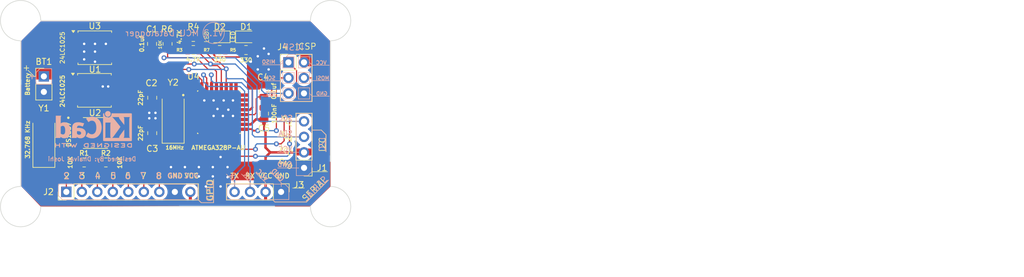
<source format=kicad_pcb>
(kicad_pcb (version 20241229) (generator "pcbnew") (generator_version "9.0")
  (title_block (title "MCU Datalogger with memory and clock") (date "2025-03-20") (rev "1") (comment 1 "2-Layer PCB Version"))
  (layers (0 "F.Cu" signal) (2 "B.Cu" signal) (13 "F.Paste" user) (15 "B.Paste" user) (5 "F.SilkS" user "F.Silkscreen") (7 "B.SilkS" user "B.Silkscreen") (1 "F.Mask" user) (3 "B.Mask" user) (25 "Edge.Cuts" user))
  (property "project_name" "MCU Datalogger with memory and clock")
  (net 0 "")
  (net 1 "GND")
  (net 2 "/Vcc")
  (net 3 "Net-(U4-PB6)")
  (net 4 "Net-(U4-PB7)")
  (net 5 "Net-(U4-AREF)")
  (net 6 "/SCL")
  (net 7 "Net-(D1-K)")
  (net 8 "Net-(D2-K)")
  (net 9 "/SDA")
  (net 10 "/D5")
  (net 11 "/D4")
  (net 12 "/D3")
  (net 13 "/D7")
  (net 14 "/D2")
  (net 15 "/D8")
  (net 16 "/D6")
  (net 17 "/TX")
  (net 18 "/RX")
  (net 19 "/RESET")
  (net 20 "/MOSI")
  (net 21 "/MISO")
  (net 22 "Net-(U2-~{INTA})")
  (net 23 "Net-(U2-SQW{slash}~INT)")
  (net 24 "Net-(U2-X1)")
  (net 25 "Net-(U2-X2)")
  (net 34 "/SCK")
  (footprint "Resistor_SMD:R_0805_2012Metric" (layer "F.Cu") (at 128.065 102.159 180)
    (property "Reference" "R1")
    (property "Value" "10K")
  )
  (footprint "Resistor_SMD:R_0805_2012Metric" (layer "F.Cu") (at 154.5845 83.744 180)
    (property "Reference" "R5")
    (property "Value" "330")
  )
  (footprint "Capacitor_SMD:C_0805_2012Metric" (layer "F.Cu") (at 139.22 91.559 90)
    (property "Reference" "C2")
    (property "Value" "22pF")
  )
  (footprint "MountingHole:MountingHole_2.1mm" (layer "F.Cu") (at 168.451 78.918)
    (property "Reference" "H3" (hide yes))
    (property "Value" "MountingHole" (hide yes))
  )
  (footprint "Connector_PinHeader_2.54mm:PinHeader_1x02_P2.54mm_Vertical" (layer "F.Cu") (at 121.461 88.057)
    (property "Reference" "BT1")
    (property "Value" "Battery")
  )
  (footprint "Package_SO:SOIC-8_5.3x5.3mm_P1.27mm" (layer "F.Cu") (at 129.7475 90.348)
    (property "Reference" "U1")
    (property "Value" "24LC1025")
  )
  (footprint "LED_SMD:LED_0805_2012Metric" (layer "F.Cu") (at 154.5645 81.585)
    (property "Reference" "D1")
    (property "Value" "LED")
  )
  (footprint "Connector_PinHeader_2.54mm:PinHeader_1x04_P2.54mm_Vertical" (layer "F.Cu") (at 160.333 106.985 -90)
    (property "Reference" "J3")
    (property "Value" "Conn_01x04_Pin" (hide yes))
  )
  (footprint "MountingHole:MountingHole_2.1mm" (layer "F.Cu") (at 168.451 109.398)
    (property "Reference" "H4" (hide yes))
    (property "Value" "MountingHole" (hide yes))
  )
  (footprint "Resistor_SMD:R_0805_2012Metric" (layer "F.Cu") (at 145.9485 81.585)
    (property "Reference" "R4")
    (property "Value" "4.7K")
  )
  (footprint "Capacitor_SMD:C_0805_2012Metric" (layer "F.Cu") (at 157.529 94.158 90)
    (property "Reference" "C5")
    (property "Value" "100nF")
  )
  (footprint "Resistor_SMD:R_0805_2012Metric" (layer "F.Cu") (at 150.2665 83.744 180)
    (property "Reference" "R7")
    (property "Value" "330")
  )
  (footprint "Connector_PinHeader_2.54mm:PinHeader_2x03_P2.54mm_Vertical" (layer "F.Cu") (at 161.542 85.762)
    (property "Reference" "J4")
    (property "Value" "Conn_02x03_Odd_Even" (hide yes))
  )
  (footprint "Crystal:Crystal_SMD_5032-2Pin_5.0x3.2mm_HandSoldering" (layer "F.Cu") (at 142.649 94.459 90)
    (property "Reference" "Y2")
    (property "Value" "16MHz")
  )
  (footprint "Capacitor_SMD:C_0805_2012Metric" (layer "F.Cu") (at 139.22 97.359 -90)
    (property "Reference" "C3")
    (property "Value" "22pF")
  )
  (footprint "LED_SMD:LED_0805_2012Metric" (layer "F.Cu") (at 150.2865 81.585 180)
    (property "Reference" "D2")
    (property "Value" "LED")
  )
  (footprint "Resistor_SMD:R_0805_2012Metric" (layer "F.Cu") (at 131.621 102.159)
    (property "Reference" "R2")
    (property "Value" "10K")
  )
  (footprint "Capacitor_SMD:C_0805_2012Metric" (layer "F.Cu") (at 157.508 90.475 -90)
    (property "Reference" "C4")
    (property "Value" "0.1uf")
  )
  (footprint "Capacitor_SMD:C_0805_2012Metric" (layer "F.Cu") (at 139.194 82.728 -90)
    (property "Reference" "C1")
    (property "Value" "0.1uf")
  )
  (footprint "MountingHole:MountingHole_2.1mm" (layer "F.Cu") (at 117.651 78.918)
    (property "Reference" "H1" (hide yes))
    (property "Value" "MountingHole" (hide yes))
  )
  (footprint "Footprints:QFP80P900X900X120-32N" (layer "F.Cu") (at 150.142 93.923)
    (property "Reference" "U4")
    (property "Value" "ATMEGA328P-AU")
  )
  (footprint "Connector_PinHeader_2.54mm:PinHeader_1x09_P2.54mm_Vertical" (layer "F.Cu") (at 125.144 106.985 90)
    (property "Reference" "J2")
    (property "Value" "Conn_01x09_Pin" (hide yes))
  )
  (footprint "Connector_PinHeader_2.54mm:PinHeader_1x04_P2.54mm_Vertical" (layer "F.Cu") (at 164.092 103.048 180)
    (property "Reference" "J1")
    (property "Value" "Conn_01x04_Pin" (hide yes))
  )
  (footprint "Resistor_SMD:R_0805_2012Metric" (layer "F.Cu") (at 141.734 82.728 -90)
    (property "Reference" "R6")
    (property "Value" "10K")
  )
  (footprint "Package_SO:SOIC-8_5.3x5.3mm_P1.27mm" (layer "F.Cu") (at 129.8115 83.363)
    (property "Reference" "U3")
    (property "Value" "24LC1025")
  )
  (footprint "MountingHole:MountingHole_2.1mm" (layer "F.Cu") (at 117.651 109.398)
    (property "Reference" "H2" (hide yes))
    (property "Value" "MountingHole" (hide yes))
  )
  (footprint "Crystal:Crystal_SMD_5032-2Pin_5.0x3.2mm_HandSoldering" (layer "F.Cu") (at 121.461 98.416 90)
    (property "Reference" "Y1")
    (property "Value" "32.768 KHz")
  )
  (footprint "Resistor_SMD:R_0805_2012Metric" (layer "F.Cu") (at 145.9485 83.744)
    (property "Reference" "R3")
    (property "Value" "4.7K")
  )
  (footprint "Footprints:SOIC127P600X175-8N" (layer "F.Cu") (at 129.917 97.333)
    (property "Reference" "U2")
    (property "Value" "DS1337")
  )
  (footprint "Symbol:KiCad-Logo2_5mm_SilkScreen" (layer "B.Cu") (at 129.607 96.717 180)
    (property "Reference" "REF**" (hide yes))
    (property "Value" "KiCad-Logo2_5mm_SilkScreen" (hide yes))
  )
  (gr_line (start 162.101 108.636) (end 159.307 108.636) (stroke (width 0.1)) (layer "F.SilkS"))
  (gr_line (start 147.242 108.763) (end 146.794 108.315) (stroke (width 0.1)) (layer "F.SilkS"))
  (gr_line (start 167.689 97.607) (end 166.937 96.855) (stroke (width 0.1)) (layer "F.SilkS"))
  (gr_line (start 167.943 103.683) (end 165.422 103.683) (stroke (width 0.1)) (layer "F.SilkS"))
  (gr_line (start 159.307 108.636) (end 158.986 108.315) (stroke (width 0.1)) (layer "F.SilkS"))
  (gr_line (start 164.133 106.35) (end 162.228 106.35) (stroke (width 0.1)) (layer "F.SilkS"))
  (gr_line (start 147.242 108.763) (end 149.274 108.763) (stroke (width 0.1)) (layer "F.SilkS"))
  (gr_line (start 164.514 108.636) (end 168.07 105.08) (stroke (width 0.1)) (layer "F.SilkS"))
  (gr_line (start 120.131 88.057) (end 119.877 88.057) (stroke (width 0.1)) (layer "F.SilkS"))
  (gr_line (start 167.689 100.381) (end 167.689 97.968) (stroke (width 0.1)) (layer "F.SilkS"))
  (gr_line (start 167.689 97.968) (end 167.689 97.607) (stroke (width 0.1)) (layer "F.SilkS"))
  (gr_line (start 119.877 88.057) (end 118.867 87.057) (stroke (width 0.1)) (layer "F.SilkS"))
  (gr_line (start 149.274 108.763) (end 149.274 104.953) (stroke (width 0.1)) (layer "F.SilkS"))
  (gr_line (start 166.937 96.855) (end 165.407 96.855) (stroke (width 0.1)) (layer "F.SilkS"))
  (gr_line (start 162.101 108.636) (end 164.514 108.636) (stroke (width 0.1)) (layer "F.SilkS"))
  (gr_line (start 157.187 91.277) (end 160.177 91.277) (stroke (width 0.1)) (layer "B.SilkS"))
  (gr_line (start 155.247 105.447) (end 153.857 104.067) (stroke (width 0.1)) (layer "B.SilkS"))
  (gr_line (start 162.827 94.157) (end 165.357 94.157) (stroke (width 0.1)) (layer "B.SilkS"))
  (gr_line (start 162.477 89.207) (end 160.607 89.207) (stroke (width 0.1)) (layer "B.SilkS"))
  (gr_line (start 124.507 108.257) (end 123.867 107.617) (stroke (width 0.1)) (layer "B.SilkS"))
  (gr_line (start 164.727 104.317) (end 162.827 104.317) (stroke (width 0.1)) (layer "B.SilkS"))
  (gr_line (start 152.717 105.437) (end 152.717 106.087) (stroke (width 0.1)) (layer "B.SilkS"))
  (gr_line (start 164.527 108.627) (end 159.327 108.627) (stroke (width 0.1)) (layer "B.SilkS"))
  (gr_line (start 168.117 105.037) (end 164.527 108.627) (stroke (width 0.1)) (layer "B.SilkS"))
  (gr_line (start 162.467 91.757) (end 160.627 91.757) (stroke (width 0.1)) (layer "B.SilkS"))
  (gr_line (start 168.217 86.227) (end 165.447 86.227) (stroke (width 0.1)) (layer "B.SilkS"))
  (gr_line (start 160.607 85.407) (end 160.267 85.747) (stroke (width 0.1)) (layer "B.SilkS"))
  (gr_line (start 160.597 88.367) (end 160.597 87.387) (stroke (width 0.1)) (layer "B.SilkS"))
  (gr_line (start 165.437 88.747) (end 164.992 88.302) (stroke (width 0.1)) (layer "B.SilkS"))
  (gr_line (start 165.007 84.837) (end 165.007 86.667) (stroke (width 0.1)) (layer "B.SilkS"))
  (gr_line (start 166.927 96.887) (end 165.377 96.887) (stroke (width 0.1)) (layer "B.SilkS"))
  (gr_line (start 159.327 108.627) (end 158.957 108.257) (stroke (width 0.1)) (layer "B.SilkS"))
  (gr_line (start 157.227 88.787) (end 160.177 88.787) (stroke (width 0.1)) (layer "B.SilkS"))
  (gr_line (start 163.167 87.387) (end 165.007 87.387) (stroke (width 0.1)) (layer "B.SilkS"))
  (gr_line (start 163.237 103.067) (end 159.777 103.067) (stroke (width 0.1)) (layer "B.SilkS"))
  (gr_line (start 167.687 100.387) (end 167.687 97.647) (stroke (width 0.1)) (layer "B.SilkS"))
  (gr_line (start 165.357 103.687) (end 164.727 104.317) (stroke (width 0.1)) (layer "B.SilkS"))
  (gr_line (start 152.717 105.437) (end 151.367 104.077) (stroke (width 0.1)) (layer "B.SilkS"))
  (gr_line (start 157.275 86.157) (end 160.212 86.157) (stroke (width 0.1)) (layer "B.SilkS"))
  (gr_line (start 165.007 86.667) (end 163.167 86.667) (stroke (width 0.1)) (layer "B.SilkS"))
  (gr_line (start 151.447 108.237) (end 161.597 108.237) (stroke (width 0.1)) (layer "B.SilkS"))
  (gr_line (start 163.167 85.737) (end 163.167 84.837) (stroke (width 0.1)) (layer "B.SilkS"))
  (gr_line (start 165.007 89.927) (end 165.007 91.757) (stroke (width 0.1)) (layer "B.SilkS"))
  (gr_line (start 160.607 86.157) (end 160.607 86.697) (stroke (width 0.1)) (layer "B.SilkS"))
  (gr_line (start 165.007 87.387) (end 165.007 89.217) (stroke (width 0.1)) (layer "B.SilkS"))
  (gr_line (start 146.697 105.717) (end 146.697 108.257) (stroke (width 0.1)) (layer "B.SilkS"))
  (gr_line (start 146.697 108.257) (end 124.507 108.257) (stroke (width 0.1)) (layer "B.SilkS"))
  (gr_line (start 165.357 94.157) (end 165.357 103.687) (stroke (width 0.1)) (layer "B.SilkS"))
  (gr_line (start 160.357 106.107) (end 160.357 105.487) (stroke (width 0.1)) (layer "B.SilkS"))
  (gr_line (start 149.257 108.747) (end 147.257 108.747) (stroke (width 0.1)) (layer "B.SilkS"))
  (gr_line (start 163.167 88.287) (end 163.167 87.387) (stroke (width 0.1)) (layer "B.SilkS"))
  (gr_line (start 160.177 91.277) (end 160.627 90.827) (stroke (width 0.1)) (layer "B.SilkS"))
  (gr_line (start 163.167 90.827) (end 163.167 89.927) (stroke (width 0.1)) (layer "B.SilkS"))
  (gr_line (start 162.477 84.827) (end 161.187 84.827) (stroke (width 0.1)) (layer "B.SilkS"))
  (gr_line (start 168.217 91.307) (end 165.437 91.307) (stroke (width 0.1)) (layer "B.SilkS"))
  (gr_line (start 163.167 84.837) (end 165.007 84.837) (stroke (width 0.1)) (layer "B.SilkS"))
  (gr_line (start 165.447 86.227) (end 164.972 85.752) (stroke (width 0.1)) (layer "B.SilkS"))
  (gr_line (start 160.627 91.757) (end 160.627 90.827) (stroke (width 0.1)) (layer "B.SilkS"))
  (gr_line (start 161.187 84.827) (end 161.517 84.497) (stroke (width 0.1)) (layer "B.SilkS"))
  (gr_line (start 165.007 89.217) (end 163.167 89.217) (stroke (width 0.1)) (layer "B.SilkS"))
  (gr_line (start 160.357 105.487) (end 158.537 103.657) (stroke (width 0.1)) (layer "B.SilkS"))
  (gr_line (start 161.597 108.237) (end 161.597 106.337) (stroke (width 0.1)) (layer "B.SilkS"))
  (gr_line (start 165.347 92.127) (end 160.267 92.127) (stroke (width 0.1)) (layer "B.SilkS"))
  (gr_line (start 160.177 88.787) (end 160.597 88.367) (stroke (width 0.1)) (layer "B.SilkS"))
  (gr_line (start 167.687 97.647) (end 166.927 96.887) (stroke (width 0.1)) (layer "B.SilkS"))
  (gr_line (start 161.517 84.497) (end 165.347 84.497) (stroke (width 0.1)) (layer "B.SilkS"))
  (gr_line (start 160.627 89.927) (end 162.467 89.927) (stroke (width 0.1)) (layer "B.SilkS"))
  (gr_line (start 163.167 91.757) (end 163.167 90.827) (stroke (width 0.1)) (layer "B.SilkS"))
  (gr_line (start 155.247 105.447) (end 155.247 106.087) (stroke (width 0.1)) (layer "B.SilkS"))
  (gr_line (start 163.167 89.927) (end 165.007 89.927) (stroke (width 0.1)) (layer "B.SilkS"))
  (gr_line (start 160.977 105.717) (end 151.447 105.717) (stroke (width 0.1)) (layer "B.SilkS"))
  (gr_line (start 160.607 86.697) (end 162.477 86.697) (stroke (width 0.1)) (layer "B.SilkS"))
  (gr_line (start 120.187 87.417) (end 120.797 86.807) (stroke (width 0.1)) (layer "B.SilkS"))
  (gr_line (start 160.597 87.387) (end 162.477 87.387) (stroke (width 0.1)) (layer "B.SilkS"))
  (gr_line (start 149.257 104.967) (end 149.257 108.747) (stroke (width 0.1)) (layer "B.SilkS"))
  (gr_line (start 165.437 91.307) (end 164.972 90.842) (stroke (width 0.1)) (layer "B.SilkS"))
  (gr_line (start 160.212 86.157) (end 160.607 85.787) (stroke (width 0.1)) (layer "B.SilkS"))
  (gr_line (start 160.597 89.207) (end 160.597 88.367) (stroke (width 0.1)) (layer "B.SilkS"))
  (gr_line (start 122.727 89.327) (end 120.187 89.327) (stroke (width 0.1)) (layer "B.SilkS"))
  (gr_line (start 157.777 105.457) (end 157.777 106.077) (stroke (width 0.1)) (layer "B.SilkS"))
  (gr_line (start 160.627 90.827) (end 160.627 89.927) (stroke (width 0.1)) (layer "B.SilkS"))
  (gr_line (start 165.007 91.757) (end 163.167 91.757) (stroke (width 0.1)) (layer "B.SilkS"))
  (gr_line (start 122.727 86.807) (end 122.727 89.327) (stroke (width 0.1)) (layer "B.SilkS"))
  (gr_line (start 168.207 88.747) (end 165.437 88.747) (stroke (width 0.1)) (layer "B.SilkS"))
  (gr_line (start 123.867 107.617) (end 123.867 105.717) (stroke (width 0.1)) (layer "B.SilkS"))
  (gr_line (start 123.867 105.717) (end 146.697 105.717) (stroke (width 0.1)) (layer "B.SilkS"))
  (gr_line (start 160.267 92.127) (end 160.267 85.747) (stroke (width 0.1)) (layer "B.SilkS"))
  (gr_line (start 165.347 84.497) (end 165.347 92.127) (stroke (width 0.1)) (layer "B.SilkS"))
  (gr_line (start 161.597 106.337) (end 160.977 105.717) (stroke (width 0.1)) (layer "B.SilkS"))
  (gr_line (start 160.607 85.417) (end 160.607 86.157) (stroke (width 0.1)) (layer "B.SilkS"))
  (gr_line (start 151.447 105.717) (end 151.447 108.237) (stroke (width 0.1)) (layer "B.SilkS"))
  (gr_line (start 162.827 104.317) (end 162.827 94.157) (stroke (width 0.1)) (layer "B.SilkS"))
  (gr_line (start 163.227 100.497) (end 159.757 100.497) (stroke (width 0.1)) (layer "B.SilkS"))
  (gr_circle (center 149.2865 80.945162) (end 150.7265 81.925162) (stroke (width 0.1)) (fill no) (layer "B.SilkS"))
  (gr_line (start 120.797 86.807) (end 122.727 86.807) (stroke (width 0.1)) (layer "B.SilkS"))
  (gr_line (start 162.467 89.927) (end 162.467 91.757) (stroke (width 0.1)) (layer "B.SilkS"))
  (gr_line (start 163.227 97.927) (end 159.737 97.927) (stroke (width 0.1)) (layer "B.SilkS"))
  (gr_line (start 163.167 86.667) (end 163.167 85.737) (stroke (width 0.1)) (layer "B.SilkS"))
  (gr_line (start 163.227 95.407) (end 159.687 95.407) (stroke (width 0.1)) (layer "B.SilkS"))
  (gr_line (start 147.257 108.747) (end 146.697 108.187) (stroke (width 0.1)) (layer "B.SilkS"))
  (gr_line (start 157.777 105.457) (end 156.117 103.817) (stroke (width 0.1)) (layer "B.SilkS"))
  (gr_line (start 120.187 89.327) (end 120.187 87.417) (stroke (width 0.1)) (layer "B.SilkS"))
  (gr_line (start 162.477 86.697) (end 162.477 84.827) (stroke (width 0.1)) (layer "B.SilkS"))
  (gr_line (start 162.477 87.387) (end 162.477 89.207) (stroke (width 0.1)) (layer "B.SilkS"))
  (gr_line (start 163.167 89.217) (end 163.167 88.287) (stroke (width 0.1)) (layer "B.SilkS"))
  (gr_arc (start 165.149 78.918) (mid 170.785867 76.583133) (end 168.451 82.22) (stroke (width 0.1)) (layer "Edge.Cuts"))
  (gr_line (start 120.953 109.398) (end 165.149 109.398) (stroke (width 0.1)) (layer "Edge.Cuts"))
  (gr_arc (start 168.451 106.096) (mid 170.785867 111.732867) (end 165.149 109.398) (stroke (width 0.1)) (layer "Edge.Cuts"))
  (gr_arc (start 120.953 109.398) (mid 115.316133 111.732867) (end 117.651 106.096) (stroke (width 0.1)) (layer "Edge.Cuts"))
  (gr_line (start 117.651 82.22) (end 117.651 106.096) (stroke (width 0.1)) (layer "Edge.Cuts"))
  (gr_line (start 168.451 82.22) (end 168.451 106.096) (stroke (width 0.1)) (layer "Edge.Cuts"))
  (gr_line (start 120.953 78.918) (end 165.149 78.918) (stroke (width 0.1)) (layer "Edge.Cuts"))
  (gr_arc (start 117.651 82.22) (mid 115.316133 76.583133) (end 120.953 78.918) (stroke (width 0.1)) (layer "Edge.Cuts"))
  (gr_text "4" (at 129.716 104.953 0) (layer "F.SilkS") (effects (font (size 1 1)) (justify left bottom)))
  (gr_text "5" (at 132.256 104.953 0) (layer "F.SilkS") (effects (font (size 1 1)) (justify left bottom)))
  (gr_text "GPIO" (at 149.274 108.509 90) (layer "F.SilkS") (effects (font (size 1 1) (thickness 0.125) (bold yes)) (justify left bottom)))
  (gr_text "VCC" (at 144.448 104.826 0) (layer "F.SilkS") (effects (font (size 0.8 0.8)) (justify left bottom)))
  (gr_text "3" (at 127.176 104.953 0) (layer "F.SilkS") (effects (font (size 1 1)) (justify left bottom)))
  (gr_text "TX" (at 151.941 104.826 0) (layer "F.SilkS") (effects (font (size 0.8 0.8)) (justify left bottom)))
  (gr_text "SCL" (at 160.069 95.174 330) (layer "F.SilkS") (effects (font (size 0.8 0.8)) (justify left bottom)))
  (gr_text "VCC" (at 159.815 100 330) (layer "F.SilkS") (effects (font (size 0.8 0.8)) (justify left bottom)))
  (gr_text "2" (at 124.636 104.953 0) (layer "F.SilkS") (effects (font (size 1 1)) (justify left bottom)))
  (gr_text "+" (at 119.307 87.197 0) (layer "F.SilkS") (effects (font (size 1 1) (thickness 0.125) (bold yes)) (justify left bottom mirror)))
  (gr_text "SDA" (at 159.942 97.714 330) (layer "F.SilkS") (effects (font (size 0.8 0.8)) (justify left bottom)))
  (gr_text "VCC" (at 156.513 104.826 0) (layer "F.SilkS") (effects (font (size 0.8 0.8)) (justify left bottom)))
  (gr_text "ICSP" (at 162.609 83.744 0) (layer "F.SilkS") (effects (font (size 1 1) (thickness 0.125) (bold yes)) (justify left bottom)))
  (gr_text "I2C" (at 167.689 100.508 90) (layer "F.SilkS") (effects (font (size 1 1) (thickness 0.125) (bold yes)) (justify left bottom)))
  (gr_text "GND" (at 141.654 104.826 0) (layer "F.SilkS") (effects (font (size 0.8 0.8)) (justify left bottom)))
  (gr_text "GND" (at 159.688 102.159 330) (layer "F.SilkS") (effects (font (size 0.8 0.8)) (justify left bottom)))
  (gr_text "SERIAL" (at 164.387 108.763 45) (layer "F.SilkS") (effects (font (size 1 1) (thickness 0.125) (bold yes)) (justify left bottom)))
  (gr_text "6" (at 134.669 104.953 0) (layer "F.SilkS") (effects (font (size 1 1)) (justify left bottom)))
  (gr_text "RX" (at 154.354 104.826 0) (layer "F.SilkS") (effects (font (size 0.8 0.8)) (justify left bottom)))
  (gr_text "7" (at 137.209 104.953 0) (layer "F.SilkS") (effects (font (size 1 1)) (justify left bottom)))
  (gr_text "8" (at 139.749 104.953 0) (layer "F.SilkS") (effects (font (size 1 1)) (justify left bottom)))
  (gr_text "GND" (at 159.18 104.826 0) (layer "F.SilkS") (effects (font (size 0.8 0.8)) (justify left bottom)))
  (gr_text "ICSP" (at 164.112 83.887 0) (layer "B.SilkS") (effects (font (size 1 1) (thickness 0.125) (bold yes)) (justify left bottom mirror)))
  (gr_text "SCK\n" (at 159.487 88.687 0) (layer "B.SilkS") (effects (font (size 0.6 0.6) (thickness 0.125) (bold yes)) (justify left bottom mirror)))
  (gr_text "VCC" (at 167.857 86.157 0) (layer "B.SilkS") (effects (font (size 0.6 0.6) (thickness 0.125) (bold yes)) (justify left bottom mirror)))
  (gr_text "SDA" (at 162.297 97.847 0) (layer "B.SilkS") (effects (font (size 0.8 0.8)) (justify left bottom mirror)))
  (gr_text "VCC" (at 162.267 100.417 0) (layer "B.SilkS") (effects (font (size 0.8 0.8)) (justify left bottom mirror)))
  (gr_text "MOSI" (at 168.287 88.697 0) (layer "B.SilkS") (effects (font (size 0.6 0.6) (thickness 0.125) (bold yes)) (justify left bottom mirror)))
  (gr_text "GND" (at 144.237 104.807 0) (layer "B.SilkS") (effects (font (size 0.8 0.8)) (justify left bottom mirror)))
  (gr_text "VCC" (at 157.777 105.457 315) (layer "B.SilkS") (effects (font (size 0.8 0.8)) (justify left bottom mirror)))
  (gr_text "GND" (at 160.357 105.487 315) (layer "B.SilkS") (effects (font (size 0.8 0.8)) (justify left bottom mirror)))
  (gr_text "2" (at 125.707 104.957 0) (layer "B.SilkS") (effects (font (size 1 1)) (justify left bottom mirror)))
  (gr_text "MISO" (at 159.467 86.03 0) (layer "B.SilkS") (effects (font (size 0.6 0.6) (thickness 0.125) (bold yes)) (justify left bottom mirror)))
  (gr_text "RST" (at 159.547 91.237 0) (layer "B.SilkS") (effects (font (size 0.6 0.6) (thickness 0.125) (bold yes)) (justify left bottom mirror)))
  (gr_text "I2C" (at 167.687 97.927 90) (layer "B.SilkS") (effects (font (size 1 1) (thickness 0.125) (bold yes)) (justify left bottom mirror)))
  (gr_text "TX" (at 152.727 105.437 315) (layer "B.SilkS") (effects (font (size 0.8 0.8)) (justify left bottom mirror)))
  (gr_text "8" (at 140.847 104.947 0) (layer "B.SilkS") (effects (font (size 1 1)) (justify left bottom mirror)))
  (gr_text "RX" (at 155.247 105.447 315) (layer "B.SilkS") (effects (font (size 0.8 0.8)) (justify left bottom mirror)))
  (gr_text "6" (at 135.787 104.947 0) (layer "B.SilkS") (effects (font (size 1 1)) (justify left bottom mirror)))
  (gr_text "Designed By: Dhaivat Joshi" (at 136.647 102.007 0) (layer "B.SilkS") (effects (font (size 0.7 0.7) (thickness 0.125) (bold yes)) (justify left bottom mirror)))
  (gr_text "7" (at 138.287 104.947 0) (layer "B.SilkS") (effects (font (size 1 1)) (justify left bottom mirror)))
  (gr_text "4" (at 130.867 104.953 0) (layer "B.SilkS") (effects (font (size 1 1)) (justify left bottom mirror)))
  (gr_text "GPIO" (at 149.257 104.967 90) (layer "B.SilkS") (effects (font (size 1 1) (thickness 0.125) (bold yes)) (justify left bottom mirror)))
  (gr_text "V1.2 MCU Datalogger" (at 150.948338 81.545162 0) (layer "B.SilkS") (effects (font (size 1 1) (thickness 0.125) (bold yes)) (justify left bottom mirror)))
  (gr_text "SCL" (at 162.317 95.337 0) (layer "B.SilkS") (effects (font (size 0.8 0.8)) (justify left bottom mirror)))
  (gr_text "VCC" (at 146.817 104.817 0) (layer "B.SilkS") (effects (font (size 0.8 0.8)) (justify left bottom mirror)))
  (gr_text "3" (at 128.197 104.953 0) (layer "B.SilkS") (effects (font (size 1 1)) (justify left bottom mirror)))
  (gr_text "GND" (at 162.257 102.937 0) (layer "B.SilkS") (effects (font (size 0.8 0.8)) (justify left bottom mirror)))
  (gr_text "SERIAL" (at 168.207 105.017 45) (layer "B.SilkS") (effects (font (size 1 1) (thickness 0.125) (bold yes)) (justify left bottom mirror)))
  (gr_text "+" (at 120.227 88.597 0) (layer "B.SilkS") (effects (font (size 1 1) (thickness 0.125) (bold yes)) (justify left bottom mirror)))
  (gr_text "GND\n" (at 168.007 91.227 0) (layer "B.SilkS") (effects (font (size 0.6 0.6) (thickness 0.125) (bold yes)) (justify left bottom mirror)))
  (gr_text "5" (at 133.397 104.953 0) (layer "B.SilkS") (effects (font (size 1 1)) (justify left bottom mirror)))
  (segment (start 121.969 92.253) (end 126.16 92.253) (width 0.25) (layer "F.Cu") (net 1))
  (segment (start 126.224 82.728) (end 129.817 82.728) (width 0.25) (layer "F.Cu") (net 1))
  (segment (start 139.22 95.174) (end 139.22 96.409) (width 0.25) (layer "F.Cu") (net 1))
  (segment (start 158.606 93.208) (end 157.529 93.208) (width 0.25) (layer "F.Cu") (net 1))
  (segment (start 121.461 91.745) (end 121.969 92.253) (width 0.25) (layer "F.Cu") (net 1))
  (segment (start 136.635 83.678) (end 139.194 83.678) (width 0.25) (layer "F.Cu") (net 1))
  (segment (start 129.817 84.687) (end 129.817 82.728) (width 0.25) (layer "F.Cu") (net 1))
  (segment (start 155.497 83.744) (end 156.852 83.744) (width 0.25) (layer "F.Cu") (net 1))
  (segment (start 158.611 89.525) (end 158.799 89.713) (width 0.25) (layer "F.Cu") (net 1))
  (segment (start 156.852 83.744) (end 157.508 84.4) (width 0.25) (layer "F.Cu") (net 1))
  (segment (start 155.243 93.523) (end 155.624 93.142) (width 0.35) (layer "F.Cu") (net 1))
  (segment (start 129.117 92.987) (end 129.117 98.787) (width 0.25) (layer "F.Cu") (net 1))
  (segment (start 157.508 87.808) (end 157.508 89.525) (width 0.25) (layer "F.Cu") (net 1))
  (segment (start 144.448 93.904) (end 144.867 94.323) (width 0.3) (layer "F.Cu") (net 1))
  (segment (start 133.335 89.713) (end 132.002 89.713) (width 0.25) (layer "F.Cu") (net 1))
  (segment (start 126.224 85.268) (end 128.065 85.268) (width 0.25) (layer "F.Cu") (net 1))
  (segment (start 157.508 84.4) (end 157.508 87.808) (width 0.25) (layer "F.Cu") (net 1))
  (segment (start 149.236 92.723) (end 145.972 92.723) (width 0.5) (layer "F.Cu") (net 1))
  (segment (start 129.236 85.268) (end 129.817 84.687) (width 0.25) (layer "F.Cu") (net 1))
  (segment (start 145.972 92.723) (end 144.74 92.723) (width 0.3) (layer "F.Cu") (net 1))
  (segment (start 158.799 89.84) (end 158.799 92.888) (width 0.25) (layer "F.Cu") (net 1))
  (segment (start 155.243 84.887) (end 155.497 84.633) (width 0.25) (layer "F.Cu") (net 1))
  (segment (start 129.843 82.728) (end 131.621 82.728) (width 0.25) (layer "F.Cu") (net 1))
  (segment (start 126.16 92.253) (end 128.383 92.253) (width 0.25) (layer "F.Cu") (net 1))
  (segment (start 149.354 83.744) (end 149.354 84.586) (width 0.25) (layer "F.Cu") (net 1))
  (segment (start 133.399 82.728) (end 135.685 82.728) (width 0.25) (layer "F.Cu") (net 1))
  (segment (start 155.624 90.094) (end 156.193 89.525) (width 0.25) (layer "F.Cu") (net 1))
  (segment (start 131.113 89.713) (end 132.002 89.713) (width 0.25) (layer "F.Cu") (net 1))
  (segment (start 121.461 90.597) (end 121.461 91.745) (width 0.25) (layer "F.Cu") (net 1))
  (segment (start 158.799 89.713) (end 158.799 89.84) (width 0.25) (layer "F.Cu") (net 1))
  (segment (start 156.193 89.525) (end 157.508 89.525) (width 0.25) (layer "F.Cu") (net 1))
  (segment (start 154.312 93.523) (end 155.243 93.523) (width 0.35) (layer "F.Cu") (net 1))
  (segment (start 155.624 93.142) (end 155.624 90.094) (width 0.25) (layer "F.Cu") (net 1))
  (segment (start 158.799 92.888) (end 158.799 93.015) (width 0.25) (layer "F.Cu") (net 1))
  (segment (start 149.909 93.396) (end 149.236 92.723) (width 0.25) (layer "F.Cu") (net 1))
  (segment (start 129.817 82.728) (end 129.843 82.728) (width 0.25) (layer "F.Cu") (net 1))
  (segment (start 149.354 84.586) (end 149.655 84.887) (width 0.25) (layer "F.Cu") (net 1))
  (segment (start 129.117 98.787) (end 128.666 99.238) (width 0.25) (layer "F.Cu") (net 1))
  (segment (start 149.655 84.887) (end 155.243 84.887) (width 0.25) (layer "F.Cu") (net 1))
  (segment (start 144.867 94.323) (end 145.972 94.323) (width 0.3) (layer "F.Cu") (net 1))
  (segment (start 144.74 92.723) (end 144.448 93.015) (width 0.3) (layer "F.Cu") (net 1))
  (segment (start 139.22 92.509) (end 139.22 93.904) (width 0.25) (layer "F.Cu") (net 1))
  (segment (start 144.448 93.015) (end 144.448 93.904) (width 0.3) (layer "F.Cu") (net 1))
  (segment (start 139.22 93.904) (end 139.22 95.174) (width 0.25) (layer "F.Cu") (net 1))
  (segment (start 151.687 93.523) (end 150.036 93.523) (width 0.25) (layer "F.Cu") (net 1))
  (segment (start 128.383 92.253) (end 129.117 92.987) (width 0.25) (layer "F.Cu") (net 1))
  (segment (start 157.508 89.525) (end 158.611 89.525) (width 0.25) (layer "F.Cu") (net 1))
  (segment (start 150.036 93.523) (end 149.909 93.396) (width 0.25) (layer "F.Cu") (net 1))
  (segment (start 155.497 84.633) (end 155.497 83.744) (width 0.25) (layer "F.Cu") (net 1))
  (segment (start 154.312 93.523) (end 151.687 93.523) (width 0.4) (layer "F.Cu") (net 1))
  (segment (start 128.666 99.238) (end 127.442 99.238) (width 0.25) (layer "F.Cu") (net 1))
  (segment (start 135.685 82.728) (end 136.635 83.678) (width 0.25) (layer "F.Cu") (net 1))
  (segment (start 158.799 93.015) (end 158.606 93.208) (width 0.25) (layer "F.Cu") (net 1))
  (segment (start 128.065 85.268) (end 129.236 85.268) (width 0.25) (layer "F.Cu") (net 1))
  (segment (start 131.621 82.728) (end 133.399 82.728) (width 0.25) (layer "F.Cu") (net 1))
  (via (at 149.147 104.445) (size 0.8) (drill 0.4) (layers "F.Cu" "B.Cu") (net 1))
  (via (at 149.274 91.999) (size 0.8) (drill 0.4) (layers "F.Cu" "B.Cu") (net 1))
  (via (at 138.733 94.031) (size 0.8) (drill 0.4) (layers "F.Cu" "B.Cu") (net 1))
  (via (at 142.289 102.921) (size 0.8) (drill 0.4) (layers "F.Cu" "B.Cu") (net 1))
  (via (at 157.529 83.49) (size 0.8) (drill 0.4) (layers "F.Cu" "B.Cu") (net 1))
  (via (at 158.291 84.379) (size 0.8) (drill 0.4) (layers "F.Cu" "B.Cu") (net 1))
  (via (at 147.75 91.999) (size 0.8) (drill 0.4) (layers "F.Cu" "B.Cu") (net 1))
  (via (at 151.687 93.523) (size 0.8) (drill 0.4) (layers "F.Cu" "B.Cu") (net 1))
  (via (at 152.449 91.999) (size 0.8) (drill 0.4) (layers "F.Cu" "B.Cu") (net 1))
  (via (at 150.417 101.27) (size 0.8) (drill 0.4) (layers "F.Cu" "B.Cu") (net 1))
  (via (at 144.575 102.921) (size 0.8) (drill 0.4) (layers "F.Cu" "B.Cu") (net 1))
  (via (at 129.843 83.998) (size 0.8) (drill 0.4) (layers "F.Cu" "B.Cu") (net 1))
  (via (at 138.733 94.92) (size 0.8) (drill 0.4) (layers "F.Cu" "B.Cu") (net 1))
  (via (at 156.513 84.76) (size 0.8) (drill 0.4) (layers "F.Cu" "B.Cu") (net 1))
  (via (at 149.147 102.921) (size 0.8) (drill 0.4) (layers "F.Cu" "B.Cu") (net 1))
  (via (at 150.925 91.999) (size 0.8) (drill 0.4) (layers "F.Cu" "B.Cu") (net 1))
  (via (at 150.417 106.096) (size 0.8) (drill 0.4) (layers "F.Cu" "B.Cu") (net 1))
  (via (at 151.56 102.921) (size 0.8) (drill 0.4) (layers "F.Cu" "B.Cu") (net 1))
  (via (at 146.861 104.445) (size 0.8) (drill 0.4) (layers "F.Cu" "B.Cu") (net 1))
  (via (at 156.513 86.919) (size 0.8) (drill 0.4) (layers "F.Cu" "B.Cu") (net 1))
  (via (at 155.37 85.649) (size 0.8) (drill 0.4) (layers "F.Cu" "B.Cu") (net 1))
  (via (at 128.065 83.998) (size 0.8) (drill 0.4) (layers "F.Cu" "B.Cu") (net 1))
  (via (at 139.749 94.92) (size 0.8) (drill 0.4) (layers "F.Cu" "B.Cu") (net 1))
  (via (at 132.002 89.713) (size 0.8) (drill 0.4) (layers "F.Cu" "B.Cu") (net 1))
  (via (at 129.843 82.728) (size 0.8) (drill 0.4) (layers "F.Cu" "B.Cu") (net 1))
  (via (at 128.065 82.728) (size 0.8) (drill 0.4) (layers "F.Cu" "B.Cu") (net 1))
  (via (at 158.291 86.919) (size 0.8) (drill 0.4) (layers "F.Cu" "B.Cu") (net 1))
  (via (at 148.004 106.096) (size 0.8) (drill 0.4) (layers "F.Cu" "B.Cu") (net 1))
  (via (at 131.113 89.713) (size 0.8) (drill 0.4) (layers "F.Cu" "B.Cu") (net 1))
  (via (at 139.749 94.031) (size 0.8) (drill 0.4) (layers "F.Cu" "B.Cu") (net 1))
  (via (at 152.449 94.539) (size 0.8) (drill 0.4) (layers "F.Cu" "B.Cu") (net 1))
  (via (at 150.798 94.539) (size 0.8) (drill 0.4) (layers "F.Cu" "B.Cu") (net 1))
  (via (at 151.56 104.572) (size 0.8) (drill 0.4) (layers "F.Cu" "B.Cu") (net 1))
  (via (at 129.843 85.649) (size 0.8) (drill 0.4) (layers "F.Cu" "B.Cu") (net 1))
  (via (at 149.274 94.539) (size 0.8) (drill 0.4) (layers "F.Cu" "B.Cu") (net 1))
  (via (at 146.861 102.921) (size 0.8) (drill 0.4) (layers "F.Cu" "B.Cu") (net 1))
  (via (at 128.065 85.268) (size 0.8) (drill 0.4) (layers "F.Cu" "B.Cu") (net 1))
  (via (at 131.621 82.728) (size 0.8) (drill 0.4) (layers "F.Cu" "B.Cu") (net 1))
  (via (at 149.909 93.396) (size 0.8) (drill 0.4) (layers "F.Cu" "B.Cu") (net 1))
  (segment (start 160.333 106.985) (end 160.333 105.217) (width 0.45) (layer "B.Cu") (net 1))
  (segment (start 160.333 106.985) (end 162.101 106.985) (width 0.45) (layer "B.Cu") (net 1))
  (segment (start 164.082 90.842) (end 165.643 90.842) (width 1) (layer "B.Cu") (net 1))
  (segment (start 160.333 106.985) (end 160.333 108.626) (width 0.45) (layer "B.Cu") (net 1))
  (segment (start 160.323 105.207) (end 160.333 105.217) (width 0.45) (layer "B.Cu") (net 1))
  (segment (start 147.42 95.123) (end 145.972 95.123) (width 0.45) (layer "F.Cu") (net 2))
  (segment (start 145.544 79.934) (end 145.036 80.442) (width 0.45) (layer "F.Cu") (net 2))
  (segment (start 147.877 94.666) (end 147.42 95.123) (width 0.45) (layer "F.Cu") (net 2))
  (segment (start 129.917 95.787) (end 129.917 101.859) (width 0.25) (layer "F.Cu") (net 2))
  (segment (start 154.312 95.923) (end 155.383 95.923) (width 0.4) (layer "F.Cu") (net 2))
  (segment (start 167.181 99.873) (end 166.546 100.508) (width 0.45) (layer "F.Cu") (net 2))
  (segment (start 149.349 81.585) (end 149.349 80.367) (width 0.45) (layer "F.Cu") (net 2))
  (segment (start 139.194 81.778) (end 141.6965 81.778) (width 0.6) (layer "F.Cu") (net 2))
  (segment (start 130.217 102.159) (end 129.917 101.859) (width 0.45) (layer "F.Cu") (net 2))
  (segment (start 157.783 99.726) (end 157.783 97.079) (width 0.4) (layer "F.Cu") (net 2))
  (segment (start 160.958 80.823) (end 160.958 82.728) (width 0.45) (layer "F.Cu") (net 2))
  (segment (start 129.917 95.087) (end 129.917 88.787) (width 0.25) (layer "F.Cu") (net 2))
  (segment (start 157.793 108.499) (end 157.793 106.985) (width 0.5) (layer "F.Cu") (net 2))
  (segment (start 147.496 93.523) (end 147.877 93.904) (width 0.45) (layer "F.Cu") (net 2))
  (segment (start 124.387 88.057) (end 124.417 88.087) (width 0.45) (layer "F.Cu") (net 2))
  (segment (start 157.529 95.936) (end 157.529 96.825) (width 0.3) (layer "F.Cu") (net 2))
  (segment (start 147.42 95.479) (end 147.42 95.123) (width 0.45) (layer "F.Cu") (net 2))
  (segment (start 145.972 93.523) (end 147.496 93.523) (width 0.45) (layer "F.Cu") (net 2))
  (segment (start 132.392 95.428) (end 130.276 95.428) (width 0.45) (layer "F.Cu") (net 2))
  (segment (start 126.224 81.458) (end 124.746 81.458) (width 0.45) (layer "F.Cu") (net 2))
  (segment (start 163.371 83.49) (end 161.72 83.49) (width 0.45) (layer "F.Cu") (net 2))
  (segment (start 133.399 81.458) (end 136.32 81.458) (width 0.45) (layer "F.Cu") (net 2))
  (segment (start 129.617 102.159) (end 128.9775 102.159) (width 0.45) (layer "F.Cu") (net 2))
  (segment (start 156.198 95.108) (end 157.529 95.108) (width 0.4) (layer "F.Cu") (net 2))
  (segment (start 126.16 88.443) (end 124.773 88.443) (width 0.45) (layer "F.Cu") (net 2))
  (segment (start 164.082 85.762) (end 166.659 85.762) (width 0.45) (layer "F.Cu") (net 2))
  (segment (start 136.32 81.458) (end 136.64 81.778) (width 0.45) (layer "F.Cu") (net 2))
  (segment (start 129.573 88.443) (end 129.917 88.787) (width 0.45) (layer "F.Cu") (net 2))
  (segment (start 126.16 88.443) (end 129.573 88.443) (width 0.45) (layer "F.Cu") (net 2))
  (segment (start 166.546 100.508) (end 164.092 100.508) (width 0.45) (layer "F.Cu") (net 2))
  (segment (start 147.877 93.904) (end 147.877 94.666) (width 0.45) (layer "F.Cu") (net 2))
  (segment (start 160.069 79.934) (end 160.958 80.823) (width 0.45) (layer "F.Cu") (net 2))
  (segment (start 143.3285 81.8155) (end 143.559 81.585) (width 0.45) (layer "F.Cu") (net 2))
  (segment (start 150.671 95.923) (end 147.864 95.923) (width 0.45) (layer "F.Cu") (net 2))
  (segment (start 145.464 108.636) (end 145.718 108.89) (width 0.5) (layer "F.Cu") (net 2))
  (segment (start 161.72 83.49) (end 160.958 82.728) (width 0.45) (layer "F.Cu") (net 2))
  (segment (start 145.036 81.585) (end 145.036 83.744) (width 0.6) (layer "F.Cu") (net 2))
  (segment (start 129.917 101.859) (end 129.617 102.159) (width 0.45) (layer "F.Cu") (net 2))
  (segment (start 164.082 84.201) (end 163.371 83.49) (width 0.45) (layer "F.Cu") (net 2))
  (segment (start 149.349 80.367) (end 149.782 79.934) (width 0.45) (layer "F.Cu") (net 2))
  (segment (start 154.312 95.923) (end 150.671 95.923) (width 0.45) (layer "F.Cu") (net 2))
  (segment (start 157.793 101.28) (end 157.793 106.985) (width 0.4) (layer "F.Cu") (net 2))
  (segment (start 164.082 85.762) (end 164.082 84.201) (width 0.45) (layer "F.Cu") (net 2))
  (segment (start 145.718 108.89) (end 157.402 108.89) (width 0.5) (layer "F.Cu") (net 2))
  (segment (start 157.402 108.89) (end 157.793 108.499) (width 0.5) (layer "F.Cu") (net 2))
  (segment (start 130.258 95.428) (end 130.276 95.428) (width 0.45) (layer "F.Cu") (net 2))
  (segment (start 149.782 79.934) (end 160.069 79.934) (width 0.45) (layer "F.Cu") (net 2))
  (segment (start 124.778 83.998) (end 126.224 83.998) (width 0.45) (layer "F.Cu") (net 2))
  (segment (start 136.64 81.778) (end 139.194 81.778) (width 0.45) (layer "F.Cu") (net 2))
  (segment (start 126.16 88.443) (end 126.16 89.713) (width 0.25) (layer "F.Cu") (net 2))
  (segment (start 133.335 88.443) (end 130.261 88.443) (width 0.45) (layer "F.Cu") (net 2))
  (segment (start 158.565 100.508) (end 157.783 99.726) (width 0.4) (layer "F.Cu") (net 2))
  (segment (start 149.349 80.39) (end 148.893 79.934) (width 0.45) (layer "F.Cu") (net 2))
  (segment (start 157.529 96.825) (end 157.783 97.079) (width 0.3) (layer "F.Cu") (net 2))
  (segment (start 143.559 81.585) (end 145.036 81.585) (width 0.45) (layer "F.Cu") (net 2))
  (segment (start 124.417 84.359) (end 124.778 83.998) (width 0.45) (layer "F.Cu") (net 2))
  (segment (start 166.659 85.762) (end 167.181 86.284) (width 0.45) (layer "F.Cu") (net 2))
  (segment (start 164.092 100.508) (end 158.565 100.508) (width 0.4) (layer "F.Cu") (net 2))
  (segment (start 130.7085 102.159) (end 130.217 102.159) (width 0.45) (layer "F.Cu") (net 2))
  (segment (start 129.917 95.087) (end 130.258 95.428) (width 0.45) (layer "F.Cu") (net 2))
  (segment (start 157.529 95.108) (end 157.529 95.936) (width 0.6) (layer "F.Cu") (net 2))
  (segment (start 147.864 95.923) (end 147.42 95.479) (width 0.45) (layer "F.Cu") (net 2))
  (segment (start 158.565 100.508) (end 157.793 101.28) (width 0.4) (layer "F.Cu") (net 2))
  (segment (start 167.181 86.284) (end 167.181 99.873) (width 0.45) (layer "F.Cu") (net 2))
  (segment (start 145.036 80.442) (end 145.036 81.585) (width 0.45) (layer "F.Cu") (net 2))
  (segment (start 130.261 88.443) (end 129.917 88.787) (width 0.45) (layer "F.Cu") (net 2))
  (segment (start 130.7085 102.159) (end 128.9775 102.159) (width 0.45) (layer "F.Cu") (net 2))
  (segment (start 124.417 88.087) (end 124.417 84.359) (width 0.45) (layer "F.Cu") (net 2))
  (segment (start 126.16 89.713) (end 126.16 90.983) (width 0.25) (layer "F.Cu") (net 2))
  (segment (start 124.746 81.458) (end 124.417 81.787) (width 0.45) (layer "F.Cu") (net 2))
  (segment (start 126.224 81.458) (end 133.399 81.458) (width 0.35) (layer "F.Cu") (net 2))
  (segment (start 124.773 88.443) (end 124.417 88.087) (width 0.45) (layer "F.Cu") (net 2))
  (segment (start 130.276 95.428) (end 129.917 95.787) (width 0.45) (layer "F.Cu") (net 2))
  (segment (start 124.417 81.787) (end 124.417 83.637) (width 0.45) (layer "F.Cu") (net 2))
  (segment (start 121.461 88.057) (end 124.387 88.057) (width 0.45) (layer "F.Cu") (net 2))
  (segment (start 148.893 79.934) (end 145.544 79.934) (width 0.45) (layer "F.Cu") (net 2))
  (segment (start 124.417 83.637) (end 124.778 83.998) (width 0.45) (layer "F.Cu") (net 2))
  (segment (start 141.734 81.8155) (end 143.3285 81.8155) (width 0.45) (layer "F.Cu") (net 2))
  (segment (start 155.383 95.923) (end 156.198 95.108) (width 0.4) (layer "F.Cu") (net 2))
  (segment (start 145.464 106.985) (end 145.464 108.636) (width 0.5) (layer "F.Cu") (net 2))
  (segment (start 149.349 81.585) (end 149.349 80.39) (width 0.45) (layer "F.Cu") (net 2))
  (segment (start 141.6965 81.778) (end 141.734 81.8155) (width 0.45) (layer "F.Cu") (net 2))
  (segment (start 144.816 95.923) (end 145.972 95.923) (width 0.2) (layer "F.Cu") (net 3))
  (segment (start 142.281 91.491) (end 142.649 91.859) (width 0.2) (layer "F.Cu") (net 3))
  (segment (start 143.07 94.64) (end 144.16 94.64) (width 0.2) (layer "F.Cu") (net 3))
  (segment (start 144.575 95.055) (end 144.575 95.682) (width 0.2) (layer "F.Cu") (net 3))
  (segment (start 139.22 90.609) (end 139.22 91.343) (width 0.2) (layer "F.Cu") (net 3))
  (segment (start 144.16 94.64) (end 144.575 95.055) (width 0.2) (layer "F.Cu") (net 3))
  (segment (start 139.22 91.343) (end 139.368 91.491) (width 0.2) (layer "F.Cu") (net 3))
  (segment (start 139.368 91.491) (end 142.281 91.491) (width 0.2) (layer "F.Cu") (net 3))
  (segment (start 142.649 91.859) (end 142.649 94.219) (width 0.2) (layer "F.Cu") (net 3))
  (segment (start 144.575 95.682) (end 144.816 95.923) (width 0.2) (layer "F.Cu") (net 3))
  (segment (start 142.649 94.219) (end 143.07 94.64) (width 0.2) (layer "F.Cu") (net 3))
  (segment (start 142.375 97.333) (end 142.649 97.059) (width 0.2) (layer "F.Cu") (net 4))
  (segment (start 144.55 96.723) (end 145.972 96.723) (width 0.2) (layer "F.Cu") (net 4))
  (segment (start 139.22 98.309) (end 139.22 97.481) (width 0.2) (layer "F.Cu") (net 4))
  (segment (start 139.368 97.333) (end 142.375 97.333) (width 0.2) (layer "F.Cu") (net 4))
  (segment (start 142.649 97.059) (end 144.214 97.059) (width 0.2) (layer "F.Cu") (net 4))
  (segment (start 144.214 97.059) (end 144.55 96.723) (width 0.2) (layer "F.Cu") (net 4))
  (segment (start 139.22 97.481) (end 139.368 97.333) (width 0.2) (layer "F.Cu") (net 4))
  (segment (start 157.508 91.425) (end 156.579 91.425) (width 0.2) (layer "F.Cu") (net 5))
  (segment (start 155.967 94.323) (end 154.312 94.323) (width 0.2) (layer "F.Cu") (net 5))
  (segment (start 156.259 94.031) (end 155.967 94.323) (width 0.2) (layer "F.Cu") (net 5))
  (segment (start 156.259 91.745) (end 156.259 94.031) (width 0.2) (layer "F.Cu") (net 5))
  (segment (start 156.579 91.425) (end 156.259 91.745) (width 0.2) (layer "F.Cu") (net 5))
  (segment (start 146.861 83.744) (end 146.861 84.125) (width 0.2) (layer "F.Cu") (net 6))
  (segment (start 135.558 83.998) (end 136.066 84.506) (width 0.2) (layer "F.Cu") (net 6))
  (segment (start 149.909 86.284) (end 150.417 86.792) (width 0.2) (layer "F.Cu") (net 6))
  (segment (start 134.521 90.983) (end 134.817 90.687) (width 0.2) (layer "F.Cu") (net 6))
  (segment (start 133.399 83.998) (end 135.558 83.998) (width 0.2) (layer "F.Cu") (net 6))
  (segment (start 133.335 90.983) (end 134.521 90.983) (width 0.2) (layer "F.Cu") (net 6))
  (segment (start 131.617 93.587) (end 131.617 91.387) (width 0.2) (layer "F.Cu") (net 6))
  (segment (start 132.021 90.983) (end 133.335 90.983) (width 0.2) (layer "F.Cu") (net 6))
  (segment (start 134.817 97.587) (end 134.817 94.387) (width 0.2) (layer "F.Cu") (net 6))
  (segment (start 149.02 86.284) (end 149.909 86.284) (width 0.2) (layer "F.Cu") (net 6))
  (segment (start 131.417 84.387) (end 131.806 83.998) (width 0.2) (layer "F.Cu") (net 6))
  (segment (start 134.436 97.968) (end 134.817 97.587) (width 0.2) (layer "F.Cu") (net 6))
  (segment (start 134.817 87.087) (end 134.517 86.787) (width 0.2) (layer "F.Cu") (net 6))
  (segment (start 131.717 86.787) (end 131.417 86.487) (width 0.2) (layer "F.Cu") (net 6))
  (segment (start 150.417 86.796) (end 150.542 86.921) (width 0.2) (layer "F.Cu") (net 6))
  (segment (start 146.861 84.125) (end 149.02 86.284) (width 0.2) (layer "F.Cu") (net 6))
  (segment (start 134.817 90.687) (end 134.817 87.087) (width 0.2) (layer "F.Cu") (net 6))
  (segment (start 131.806 83.998) (end 133.399 83.998) (width 0.2) (layer "F.Cu") (net 6))
  (segment (start 134.417 93.987) (end 132.017 93.987) (width 0.2) (layer "F.Cu") (net 6))
  (segment (start 132.392 97.968) (end 134.436 97.968) (width 0.2) (layer "F.Cu") (net 6))
  (segment (start 132.017 93.987) (end 131.617 93.587) (width 0.2) (layer "F.Cu") (net 6))
  (segment (start 136.828 86.03) (end 146.099 86.03) (width 0.2) (layer "F.Cu") (net 6))
  (segment (start 134.517 86.787) (end 131.717 86.787) (width 0.2) (layer "F.Cu") (net 6))
  (segment (start 150.542 86.921) (end 150.542 89.753) (width 0.2) (layer "F.Cu") (net 6))
  (segment (start 134.817 94.387) (end 134.417 93.987) (width 0.2) (layer "F.Cu") (net 6))
  (segment (start 131.417 86.487) (end 131.417 84.387) (width 0.2) (layer "F.Cu") (net 6))
  (segment (start 131.617 91.387) (end 132.021 90.983) (width 0.2) (layer "F.Cu") (net 6))
  (segment (start 150.417 86.792) (end 150.417 86.796) (width 0.2) (layer "F.Cu") (net 6))
  (segment (start 136.066 84.506) (end 136.066 85.268) (width 0.2) (layer "F.Cu") (net 6))
  (segment (start 136.066 85.268) (end 136.828 86.03) (width 0.2) (layer "F.Cu") (net 6))
  (via (at 146.099 86.03) (size 0.8) (drill 0.4) (layers "F.Cu" "B.Cu") (net 6))
  (via (at 148.766 86.03) (size 0.8) (drill 0.4) (layers "F.Cu" "B.Cu") (net 6))
  (segment (start 152.83 86.03) (end 148.766 86.03) (width 0.2) (layer "B.Cu") (net 6))
  (segment (start 148.766 86.03) (end 146.099 86.03) (width 0.2) (layer "B.Cu") (net 6))
  (segment (start 156.767 95.428) (end 156.386 95.047) (width 0.2) (layer "B.Cu") (net 6))
  (segment (start 156.386 89.586) (end 152.83 86.03) (width 0.2) (layer "B.Cu") (net 6))
  (segment (start 156.386 95.047) (end 156.386 89.586) (width 0.2) (layer "B.Cu") (net 6))
  (segment (start 164.092 95.428) (end 156.767 95.428) (width 0.2) (layer "B.Cu") (net 6))
  (segment (start 153.672 81.63) (end 153.627 81.585) (width 0.2) (layer "F.Cu") (net 7))
  (segment (start 153.672 83.744) (end 153.672 81.63) (width 0.2) (layer "F.Cu") (net 7))
  (segment (start 151.179 81.63) (end 151.224 81.585) (width 0.2) (layer "F.Cu") (net 8))
  (segment (start 151.179 83.744) (end 151.179 81.63) (width 0.2) (layer "F.Cu") (net 8))
  (segment (start 135.098 85.268) (end 135.517 85.687) (width 0.2) (layer "F.Cu") (net 9))
  (segment (start 145.21 86.919) (end 135.898 86.919) (width 0.2) (layer "F.Cu") (net 9))
  (segment (start 132.392 99.238) (end 135.166 99.238) (width 0.2) (layer "F.Cu") (net 9))
  (segment (start 150.163 85.649) (end 151.342 86.828) (width 0.2) (layer "F.Cu") (net 9))
  (segment (start 133.399 85.268) (end 135.098 85.268) (width 0.2) (layer "F.Cu") (net 9))
  (segment (start 147.75 81.585) (end 148.131 81.966) (width 0.2) (layer "F.Cu") (net 9))
  (segment (start 135.151 92.253) (end 133.335 92.253) (width 0.2) (layer "F.Cu") (net 9))
  (segment (start 146.861 81.585) (end 147.75 81.585) (width 0.2) (layer "F.Cu") (net 9))
  (segment (start 135.517 87.3) (end 135.517 91.887) (width 0.2) (layer "F.Cu") (net 9))
  (segment (start 135.166 99.238) (end 135.517 98.887) (width 0.2) (layer "F.Cu") (net 9))
  (segment (start 149.528 85.649) (end 150.163 85.649) (width 0.2) (layer "F.Cu") (net 9))
  (segment (start 135.898 86.919) (end 135.517 86.538) (width 0.2) (layer "F.Cu") (net 9))
  (segment (start 148.131 84.252) (end 149.528 85.649) (width 0.2) (layer "F.Cu") (net 9))
  (segment (start 135.517 91.887) (end 135.151 92.253) (width 0.2) (layer "F.Cu") (net 9))
  (segment (start 135.517 85.687) (end 135.517 86.538) (width 0.2) (layer "F.Cu") (net 9))
  (segment (start 148.131 81.966) (end 148.131 84.252) (width 0.2) (layer "F.Cu") (net 9))
  (segment (start 135.517 98.887) (end 135.517 92.619) (width 0.2) (layer "F.Cu") (net 9))
  (segment (start 135.517 92.619) (end 135.151 92.253) (width 0.2) (layer "F.Cu") (net 9))
  (segment (start 151.342 86.828) (end 151.342 89.753) (width 0.2) (layer "F.Cu") (net 9))
  (segment (start 135.898 86.919) (end 135.517 87.3) (width 0.2) (layer "F.Cu") (net 9))
  (via (at 151.342 86.828) (size 0.8) (drill 0.4) (layers "F.Cu" "B.Cu") (net 9))
  (via (at 145.21 86.919) (size 0.8) (drill 0.4) (layers "F.Cu" "B.Cu") (net 9))
  (segment (start 151.342 86.828) (end 151.342 88.225) (width 0.2) (layer "B.Cu") (net 9))
  (segment (start 151.342 88.225) (end 151.56 88.443) (width 0.2) (layer "B.Cu") (net 9))
  (segment (start 155.624 97.587) (end 156.005 97.968) (width 0.2) (layer "B.Cu") (net 9))
  (segment (start 154.1 88.443) (end 155.624 89.967) (width 0.2) (layer "B.Cu") (net 9))
  (segment (start 156.005 97.968) (end 164.092 97.968) (width 0.2) (layer "B.Cu") (net 9))
  (segment (start 151.251 86.919) (end 151.342 86.828) (width 0.2) (layer "B.Cu") (net 9))
  (segment (start 151.56 88.443) (end 154.1 88.443) (width 0.2) (layer "B.Cu") (net 9))
  (segment (start 145.21 86.919) (end 151.251 86.919) (width 0.2) (layer "B.Cu") (net 9))
  (segment (start 155.624 89.967) (end 155.624 97.587) (width 0.2) (layer "B.Cu") (net 9))
  (segment (start 135.939 102.413) (end 138.606 99.746) (width 0.2) (layer "F.Cu") (net 10))
  (segment (start 132.764 105.715) (end 133.018 105.461) (width 0.2) (layer "F.Cu") (net 10))
  (segment (start 138.606 99.746) (end 146.861 99.746) (width 0.2) (layer "F.Cu") (net 10))
  (segment (start 134.288 105.461) (end 135.939 103.81) (width 0.2) (layer "F.Cu") (net 10))
  (segment (start 133.018 105.461) (end 134.288 105.461) (width 0.2) (layer "F.Cu") (net 10))
  (segment (start 135.939 103.81) (end 135.939 102.413) (width 0.2) (layer "F.Cu") (net 10))
  (segment (start 146.861 99.746) (end 147.342 99.265) (width 0.2) (layer "F.Cu") (net 10))
  (segment (start 147.342 99.265) (end 147.342 98.093) (width 0.2) (layer "F.Cu") (net 10))
  (segment (start 132.764 106.985) (end 132.764 105.715) (width 0.2) (layer "F.Cu") (net 10))
  (segment (start 135.304 102.159) (end 135.304 103.556) (width 0.2) (layer "F.Cu") (net 11))
  (segment (start 145.972 91.923) (end 144.88 91.923) (width 0.2) (layer "F.Cu") (net 11))
  (segment (start 144.575 89.84) (end 143.813 89.078) (width 0.2) (layer "F.Cu") (net 11))
  (segment (start 144.575 91.618) (end 144.575 89.84) (width 0.2) (layer "F.Cu") (net 11))
  (segment (start 143.813 89.078) (end 138.352 89.078) (width 0.2) (layer "F.Cu") (net 11))
  (segment (start 130.224 105.334) (end 130.224 106.985) (width 0.2) (layer "F.Cu") (net 11))
  (segment (start 144.88 91.923) (end 144.575 91.618) (width 0.2) (layer "F.Cu") (net 11))
  (segment (start 137.463 100) (end 135.304 102.159) (width 0.2) (layer "F.Cu") (net 11))
  (segment (start 130.732 104.826) (end 130.224 105.334) (width 0.2) (layer "F.Cu") (net 11))
  (segment (start 137.463 89.967) (end 137.463 100) (width 0.2) (layer "F.Cu") (net 11))
  (segment (start 135.304 103.556) (end 134.034 104.826) (width 0.2) (layer "F.Cu") (net 11))
  (segment (start 138.352 89.078) (end 137.463 89.967) (width 0.2) (layer "F.Cu") (net 11))
  (segment (start 134.034 104.826) (end 130.732 104.826) (width 0.2) (layer "F.Cu") (net 11))
  (segment (start 134.669 101.651) (end 134.669 103.302) (width 0.2) (layer "F.Cu") (net 12))
  (segment (start 144.702 88.443) (end 138.098 88.443) (width 0.2) (layer "F.Cu") (net 12))
  (segment (start 134.669 103.302) (end 133.78 104.191) (width 0.2) (layer "F.Cu") (net 12))
  (segment (start 133.78 104.191) (end 128.065 104.191) (width 0.2) (layer "F.Cu") (net 12))
  (segment (start 145.972 91.123) (end 145.972 89.713) (width 0.2) (layer "F.Cu") (net 12))
  (segment (start 136.828 89.713) (end 136.828 99.492) (width 0.2) (layer "F.Cu") (net 12))
  (segment (start 128.065 104.191) (end 127.684 104.572) (width 0.2) (layer "F.Cu") (net 12))
  (segment (start 136.828 99.492) (end 134.669 101.651) (width 0.2) (layer "F.Cu") (net 12))
  (segment (start 127.684 104.572) (end 127.684 106.985) (width 0.2) (layer "F.Cu") (net 12))
  (segment (start 145.972 89.713) (end 144.702 88.443) (width 0.2) (layer "F.Cu") (net 12))
  (segment (start 138.098 88.443) (end 136.828 89.713) (width 0.2) (layer "F.Cu") (net 12))
  (segment (start 139.114 101.016) (end 137.844 102.286) (width 0.2) (layer "F.Cu") (net 13))
  (segment (start 137.844 102.286) (end 137.844 106.985) (width 0.2) (layer "F.Cu") (net 13))
  (segment (start 148.942 99.443) (end 147.369 101.016) (width 0.2) (layer "F.Cu") (net 13))
  (segment (start 147.369 101.016) (end 139.114 101.016) (width 0.2) (layer "F.Cu") (net 13))
  (segment (start 148.942 98.093) (end 148.942 99.443) (width 0.2) (layer "F.Cu") (net 13))
  (segment (start 134.034 103.048) (end 133.526 103.556) (width 0.2) (layer "F.Cu") (net 14))
  (segment (start 125.144 104.318) (end 125.144 106.985) (width 0.2) (layer "F.Cu") (net 14))
  (segment (start 136.193 99.365) (end 134.034 101.524) (width 0.2) (layer "F.Cu") (net 14))
  (segment (start 137.844 87.808) (end 136.193 89.459) (width 0.2) (layer "F.Cu") (net 14))
  (segment (start 134.034 101.524) (end 134.034 103.048) (width 0.2) (layer "F.Cu") (net 14))
  (segment (start 133.526 103.556) (end 125.906 103.556) (width 0.2) (layer "F.Cu") (net 14))
  (segment (start 147.342 89.753) (end 147.342 88.67) (width 0.2) (layer "F.Cu") (net 14))
  (segment (start 136.193 89.459) (end 136.193 99.365) (width 0.2) (layer "F.Cu") (net 14))
  (segment (start 147.342 88.67) (end 146.48 87.808) (width 0.2) (layer "F.Cu") (net 14))
  (segment (start 146.48 87.808) (end 137.844 87.808) (width 0.2) (layer "F.Cu") (net 14))
  (segment (start 125.906 103.556) (end 125.144 104.318) (width 0.2) (layer "F.Cu") (net 14))
  (segment (start 140.384 102.159) (end 140.384 106.985) (width 0.2) (layer "F.Cu") (net 15))
  (segment (start 149.742 99.532) (end 147.623 101.651) (width 0.2) (layer "F.Cu") (net 15))
  (segment (start 149.742 98.093) (end 149.742 99.532) (width 0.2) (layer "F.Cu") (net 15))
  (segment (start 140.892 101.651) (end 140.384 102.159) (width 0.2) (layer "F.Cu") (net 15))
  (segment (start 147.623 101.651) (end 140.892 101.651) (width 0.2) (layer "F.Cu") (net 15))
  (segment (start 135.304 105.334) (end 135.304 106.985) (width 0.2) (layer "F.Cu") (net 16))
  (segment (start 148.142 99.354) (end 147.115 100.381) (width 0.2) (layer "F.Cu") (net 16))
  (segment (start 136.574 104.064) (end 135.304 105.334) (width 0.2) (layer "F.Cu") (net 16))
  (segment (start 136.574 102.667) (end 136.574 104.064) (width 0.2) (layer "F.Cu") (net 16))
  (segment (start 138.86 100.381) (end 136.574 102.667) (width 0.2) (layer "F.Cu") (net 16))
  (segment (start 147.115 100.381) (end 138.86 100.381) (width 0.2) (layer "F.Cu") (net 16))
  (segment (start 148.142 98.093) (end 148.142 99.354) (width 0.2) (layer "F.Cu") (net 16))
  (segment (start 147.623 87.808) (end 148.142 88.327) (width 0.2) (layer "F.Cu") (net 17))
  (segment (start 148.142 88.327) (end 148.142 89.753) (width 0.2) (layer "F.Cu") (net 17))
  (via (at 147.623 87.808) (size 0.8) (drill 0.4) (layers "F.Cu" "B.Cu") (net 17))
  (segment (start 152.713 104.328) (end 152.713 106.985) (width 0.2) (layer "B.Cu") (net 17))
  (segment (start 152.703 104.318) (end 152.713 104.328) (width 0.2) (layer "B.Cu") (net 17))
  (segment (start 147.623 87.808) (end 147.623 88.951) (width 0.2) (layer "B.Cu") (net 17))
  (segment (start 154.354 90.475) (end 154.354 102.667) (width 0.2) (layer "B.Cu") (net 17))
  (segment (start 154.354 102.667) (end 152.703 104.318) (width 0.2) (layer "B.Cu") (net 17))
  (segment (start 147.623 88.951) (end 148.385 89.713) (width 0.2) (layer "B.Cu") (net 17))
  (segment (start 148.385 89.713) (end 153.592 89.713) (width 0.2) (layer "B.Cu") (net 17))
  (segment (start 153.592 89.713) (end 154.354 90.475) (width 0.2) (layer "B.Cu") (net 17))
  (segment (start 148.893 87.808) (end 148.893 89.704) (width 0.2) (layer "F.Cu") (net 18))
  (segment (start 148.942 87.759) (end 149.02 87.681) (width 0.2) (layer "F.Cu") (net 18))
  (segment (start 148.893 89.704) (end 148.942 89.753) (width 0.2) (layer "F.Cu") (net 18))
  (via (at 148.893 87.808) (size 0.8) (drill 0.4) (layers "F.Cu" "B.Cu") (net 18))
  (segment (start 148.893 87.808) (end 148.893 88.697) (width 0.2) (layer "B.Cu") (net 18))
  (segment (start 155.253 102.931) (end 155.253 106.985) (width 0.2) (layer "B.Cu") (net 18))
  (segment (start 153.846 89.078) (end 154.989 90.221) (width 0.2) (layer "B.Cu") (net 18))
  (segment (start 148.893 88.697) (end 149.274 89.078) (width 0.2) (layer "B.Cu") (net 18))
  (segment (start 154.989 90.221) (end 154.989 102.667) (width 0.2) (layer "B.Cu") (net 18))
  (segment (start 149.274 89.078) (end 153.846 89.078) (width 0.2) (layer "B.Cu") (net 18))
  (segment (start 154.989 102.667) (end 155.253 102.931) (width 0.2) (layer "B.Cu") (net 18))
  (segment (start 149.401 86.919) (end 148.385 86.919) (width 0.2) (layer "F.Cu") (net 19))
  (segment (start 146.48 85.014) (end 141.908 85.014) (width 0.2) (layer "F.Cu") (net 19))
  (segment (start 149.742 87.26) (end 149.401 86.919) (width 0.2) (layer "F.Cu") (net 19))
  (segment (start 141.146 85.014) (end 141.56 85.014) (width 0.2) (layer "F.Cu") (net 19))
  (segment (start 141.734 84.84) (end 141.734 83.6405) (width 0.2) (layer "F.Cu") (net 19))
  (segment (start 141.908 85.014) (end 141.734 84.84) (width 0.2) (layer "F.Cu") (net 19))
  (segment (start 148.385 86.919) (end 146.48 85.014) (width 0.2) (layer "F.Cu") (net 19))
  (segment (start 149.742 89.753) (end 149.742 87.26) (width 0.2) (layer "F.Cu") (net 19))
  (segment (start 141.56 85.014) (end 141.734 84.84) (width 0.2) (layer "F.Cu") (net 19))
  (via (at 141.146 85.014) (size 0.8) (drill 0.4) (layers "F.Cu" "B.Cu") (net 19))
  (segment (start 157.642 90.842) (end 157.148 90.348) (width 0.2) (layer "B.Cu") (net 19))
  (segment (start 161.542 90.842) (end 157.642 90.842) (width 0.2) (layer "B.Cu") (net 19))
  (segment (start 157.148 89.332) (end 152.83 85.014) (width 0.2) (layer "B.Cu") (net 19))
  (segment (start 157.148 90.348) (end 157.148 89.332) (width 0.2) (layer "B.Cu") (net 19))
  (segment (start 152.83 85.014) (end 141.146 85.014) (width 0.2) (layer "B.Cu") (net 19))
  (segment (start 152.142 100.582) (end 152.142 98.093) (width 0.2) (layer "F.Cu") (net 20))
  (segment (start 165.657 93.142) (end 166.165 92.634) (width 0.2) (layer "F.Cu") (net 20))
  (segment (start 156.132 101.143) (end 152.703 101.143) (width 0.2) (layer "F.Cu") (net 20))
  (segment (start 161.72 99.111) (end 161.72 94.031) (width 0.2) (layer "F.Cu") (net 20))
  (segment (start 152.703 101.143) (end 152.142 100.582) (width 0.2) (layer "F.Cu") (net 20))
  (segment (start 166.165 88.697) (end 165.77 88.302) (width 0.2) (layer "F.Cu") (net 20))
  (segment (start 165.77 88.302) (end 164.082 88.302) (width 0.2) (layer "F.Cu") (net 20))
  (segment (start 162.609 93.142) (end 165.657 93.142) (width 0.2) (layer "F.Cu") (net 20))
  (segment (start 166.165 92.634) (end 166.165 88.697) (width 0.2) (layer "F.Cu") (net 20))
  (segment (start 161.72 94.031) (end 162.609 93.142) (width 0.2) (layer "F.Cu") (net 20))
  (via (at 161.72 99.111) (size 0.8) (drill 0.4) (layers "F.Cu" "B.Cu") (net 20))
  (via (at 156.132 101.143) (size 0.8) (drill 0.4) (layers "F.Cu" "B.Cu") (net 20))
  (segment (start 161.339 101.143) (end 161.593 100.889) (width 0.2) (layer "B.Cu") (net 20))
  (segment (start 161.593 100.889) (end 161.72 100.762) (width 0.2) (layer "B.Cu") (net 20))
  (segment (start 156.132 101.143) (end 161.339 101.143) (width 0.2) (layer "B.Cu") (net 20))
  (segment (start 161.72 100.762) (end 161.72 99.111) (width 0.2) (layer "B.Cu") (net 20))
  (segment (start 159.561 99.111) (end 160.323 99.111) (width 0.2) (layer "F.Cu") (net 21))
  (segment (start 156.132 100) (end 153.084 100) (width 0.2) (layer "F.Cu") (net 21))
  (segment (start 160.831 93.777) (end 162.863 91.745) (width 0.2) (layer "F.Cu") (net 21))
  (segment (start 160.831 98.603) (end 160.831 93.777) (width 0.2) (layer "F.Cu") (net 21))
  (segment (start 162.863 87.083) (end 161.542 85.762) (width 0.2) (layer "F.Cu") (net 21))
  (segment (start 152.942 99.858) (end 152.942 98.093) (width 0.2) (layer "F.Cu") (net 21))
  (segment (start 153.084 100) (end 152.942 99.858) (width 0.2) (layer "F.Cu") (net 21))
  (segment (start 160.323 99.111) (end 160.831 98.603) (width 0.2) (layer "F.Cu") (net 21))
  (segment (start 162.863 91.745) (end 162.863 87.083) (width 0.2) (layer "F.Cu") (net 21))
  (via (at 159.561 99.111) (size 0.8) (drill 0.4) (layers "F.Cu" "B.Cu") (net 21))
  (via (at 156.132 100) (size 0.8) (drill 0.4) (layers "F.Cu" "B.Cu") (net 21))
  (segment (start 156.132 99.365) (end 156.386 99.111) (width 0.2) (layer "B.Cu") (net 21))
  (segment (start 156.132 100) (end 156.132 99.365) (width 0.2) (layer "B.Cu") (net 21))
  (segment (start 156.386 99.111) (end 159.561 99.111) (width 0.2) (layer "B.Cu") (net 21))
  (segment (start 127.442 97.968) (end 126.033 97.968) (width 0.2) (layer "F.Cu") (net 22))
  (segment (start 125.525 101.623) (end 126.061 102.159) (width 0.2) (layer "F.Cu") (net 22))
  (segment (start 125.525 98.476) (end 125.525 101.623) (width 0.2) (layer "F.Cu") (net 22))
  (segment (start 126.061 102.159) (end 127.1525 102.159) (width 0.2) (layer "F.Cu") (net 22))
  (segment (start 126.033 97.968) (end 125.525 98.476) (width 0.2) (layer "F.Cu") (net 22))
  (segment (start 131.317 100.587) (end 130.717 99.987) (width 0.2) (layer "F.Cu") (net 23))
  (segment (start 132.5335 101.0035) (end 132.117 100.587) (width 0.2) (layer "F.Cu") (net 23))
  (segment (start 131.006 96.698) (end 132.392 96.698) (width 0.2) (layer "F.Cu") (net 23))
  (segment (start 132.117 100.587) (end 131.317 100.587) (width 0.2) (layer "F.Cu") (net 23))
  (segment (start 130.717 96.987) (end 131.006 96.698) (width 0.2) (layer "F.Cu") (net 23))
  (segment (start 130.717 99.987) (end 130.717 96.987) (width 0.2) (layer "F.Cu") (net 23))
  (segment (start 132.5335 102.159) (end 132.5335 101.0035) (width 0.2) (layer "F.Cu") (net 23))
  (segment (start 125.076 95.428) (end 127.442 95.428) (width 0.2) (layer "F.Cu") (net 24))
  (segment (start 121.461 95.816) (end 124.688 95.816) (width 0.2) (layer "F.Cu") (net 24))
  (segment (start 124.688 95.816) (end 125.076 95.428) (width 0.2) (layer "F.Cu") (net 24))
  (segment (start 121.461 101.016) (end 123.62 101.016) (width 0.2) (layer "F.Cu") (net 25))
  (segment (start 124.128 97.206) (end 124.636 96.698) (width 0.2) (layer "F.Cu") (net 25))
  (segment (start 124.636 96.698) (end 127.442 96.698) (width 0.2) (layer "F.Cu") (net 25))
  (segment (start 123.62 101.016) (end 124.128 100.508) (width 0.2) (layer "F.Cu") (net 25))
  (segment (start 124.128 100.508) (end 124.128 97.206) (width 0.2) (layer "F.Cu") (net 25))
  (segment (start 155.751 96.952) (end 156.513 96.952) (width 0.3) (layer "F.Cu") (net 34))
  (segment (start 159.307 81.585) (end 159.561 81.839) (width 0.2) (layer "F.Cu") (net 34))
  (segment (start 159.561 88.034) (end 159.829 88.302) (width 0.2) (layer "F.Cu") (net 34))
  (segment (start 154.312 96.723) (end 154.337 96.698) (width 0.3) (layer "F.Cu") (net 34))
  (segment (start 159.561 81.839) (end 159.561 88.034) (width 0.2) (layer "F.Cu") (net 34))
  (segment (start 154.337 96.698) (end 155.497 96.698) (width 0.3) (layer "F.Cu") (net 34))
  (segment (start 155.502 81.585) (end 159.307 81.585) (width 0.2) (layer "F.Cu") (net 34))
  (segment (start 159.561 96.952) (end 159.561 88.57) (width 0.2) (layer "F.Cu") (net 34))
  (segment (start 159.829 88.302) (end 161.542 88.302) (width 0.2) (layer "F.Cu") (net 34))
  (segment (start 155.497 96.698) (end 155.751 96.952) (width 0.3) (layer "F.Cu") (net 34))
  (segment (start 159.561 88.57) (end 159.829 88.302) (width 0.3) (layer "F.Cu") (net 34))
  (via (at 159.561 96.952) (size 0.8) (drill 0.4) (layers "F.Cu" "B.Cu") (net 34))
  (via (at 156.513 96.952) (size 0.8) (drill 0.4) (layers "F.Cu" "B.Cu") (net 34))
  (segment (start 156.513 96.952) (end 159.561 96.952) (width 0.2) (layer "B.Cu") (net 34))
  (zone (net 1) (net_name "GND") (layer "F.Cu") (priority 2) (connect_pads no (clearance 0)) (min_thickness 0.25) (fill yes (thermal_gap 0.5) (thermal_bridge_width 0.5))
    (polygon (pts (xy 154.735 82.728) (xy 158.926 82.728) (xy 158.926 90.221) (xy 154.735 90.221) (xy 154.735 84.76)))
  )
  (zone (net 1) (net_name "GND") (layer "F.Cu") (priority 5) (connect_pads no (clearance 0)) (min_thickness 0.25) (fill yes (thermal_gap 0.5) (thermal_bridge_width 0.5))
    (polygon (pts (xy 117.778 89.332) (xy 123.62 89.332) (xy 123.62 91.872) (xy 129.208 91.872) (xy 129.208 94.539) (xy 125.144 94.539) (xy 124.509 95.174) (xy 123.366 95.174) (xy 123.366 93.396) (xy 119.175 93.396) (xy 119.175 103.556) (xy 123.366 103.556) (xy 123.366 109.398) (xy 120.953 109.398) (xy 117.778 106.096)))
  )
  (zone (net 1) (net_name "GND") (layer "F.Cu") (priority 1) (connect_pads (clearance 0.5)) (min_thickness 0.25) (fill yes (thermal_gap 0.5) (thermal_bridge_width 0.5))
    (polygon (pts (xy 126.922 82.22) (xy 132.383 82.22) (xy 132.383 83.363) (xy 130.986 83.363) (xy 130.224 83.744) (xy 130.224 86.284) (xy 125.271 86.157) (xy 125.271 84.76) (xy 127.43 84.76) (xy 127.43 83.363) (xy 126.922 83.363)))
  )
  (zone (net 1) (net_name "GND") (layer "F.Cu") (priority 4) (connect_pads no (clearance 0)) (min_thickness 0.25) (fill yes (thermal_gap 0.5) (thermal_bridge_width 0.5))
    (polygon (pts (xy 138.225 91.999) (xy 140.257 91.999) (xy 140.257 96.952) (xy 138.225 96.952)))
  )
  (zone (net 2) (net_name "/Vcc") (layer "F.Cu") (priority 8) (connect_pads no (clearance 0)) (min_thickness 0.025) (fill yes (thermal_gap 0.5) (thermal_bridge_width 0.5) (smoothing chamfer))
    (polygon (pts (xy 123.239 88.57) (xy 117.778 88.57) (xy 117.778 82.22) (xy 119.302 80.696) (xy 120.953 79.045) (xy 165.149 79.045) (xy 168.324 82.22) (xy 168.324 101.016) (xy 162.355 101.016) (xy 162.355 99.873) (xy 166.673 99.873) (xy 166.673 86.411) (xy 163.498 86.411) (xy 163.498 83.998) (xy 160.577 83.998) (xy 160.577 80.315) (xy 145.591 80.315) (xy 145.591 82.474) (xy 136.32 82.474) (xy 136.32 81.712) (xy 126.541 81.712) (xy 124.763 81.712) (xy 124.763 88.57)))
  )
  (zone (net 1) (net_name "GND") (layer "F.Cu") (priority 6) (connect_pads (clearance 0.5)) (min_thickness 0.25) (fill yes (thermal_gap 0.5) (thermal_bridge_width 0.5))
    (polygon (pts (xy 123.366 108.763) (xy 141.908 108.763) (xy 141.908 102.286) (xy 147.75 102.286) (xy 150.417 99.619) (xy 151.56 99.619) (xy 151.56 101.030112) (xy 152.687125 102.032) (xy 156.64 102.032) (xy 156.64 105.08) (xy 150.925 105.08) (xy 150.925 108.255) (xy 147.242 108.255) (xy 147.242 105.207) (xy 143.686 105.207) (xy 143.686 109.271) (xy 123.366 109.398)))
  )
  (zone (net 1) (net_name "GND") (layer "F.Cu") (priority 3) (connect_pads (clearance 0.5)) (min_thickness 0.25) (fill yes (thermal_gap 0.5) (thermal_bridge_width 0.5))
    (polygon (pts (xy 147.242 91.491) (xy 153.084 91.491) (xy 153.084 95.174) (xy 148.639 95.174) (xy 148.639 93.777) (xy 148.131 92.888) (xy 147.242 92.888)))
  )
  (zone (net 1) (net_name "GND") (layer "F.Cu") (priority 7) (connect_pads (clearance 0.5)) (min_thickness 0.25) (fill yes (thermal_gap 0.5) (thermal_bridge_width 0.5))
    (polygon (pts (xy 159.053 101.778) (xy 162.355 101.778) (xy 162.355 102.032) (xy 168.451 102.032) (xy 168.451 106.096) (xy 165.022 109.398) (xy 159.307 109.398) (xy 159.307 105.207) (xy 159.053 105.207)))
  )
  (zone (net 1) (net_name "GND") (layer "B.Cu") (connect_pads yes (clearance 0.5)) (min_thickness 0.25) (fill yes (thermal_gap 0.5) (thermal_bridge_width 0.5))
    (polygon (pts (xy 120.953 79.045) (xy 165.149 79.045) (xy 168.324 82.22) (xy 168.324 106.096) (xy 165.149 109.271) (xy 120.953 109.271) (xy 117.778 106.096) (xy 117.778 82.22)))
  )
)
</source>
